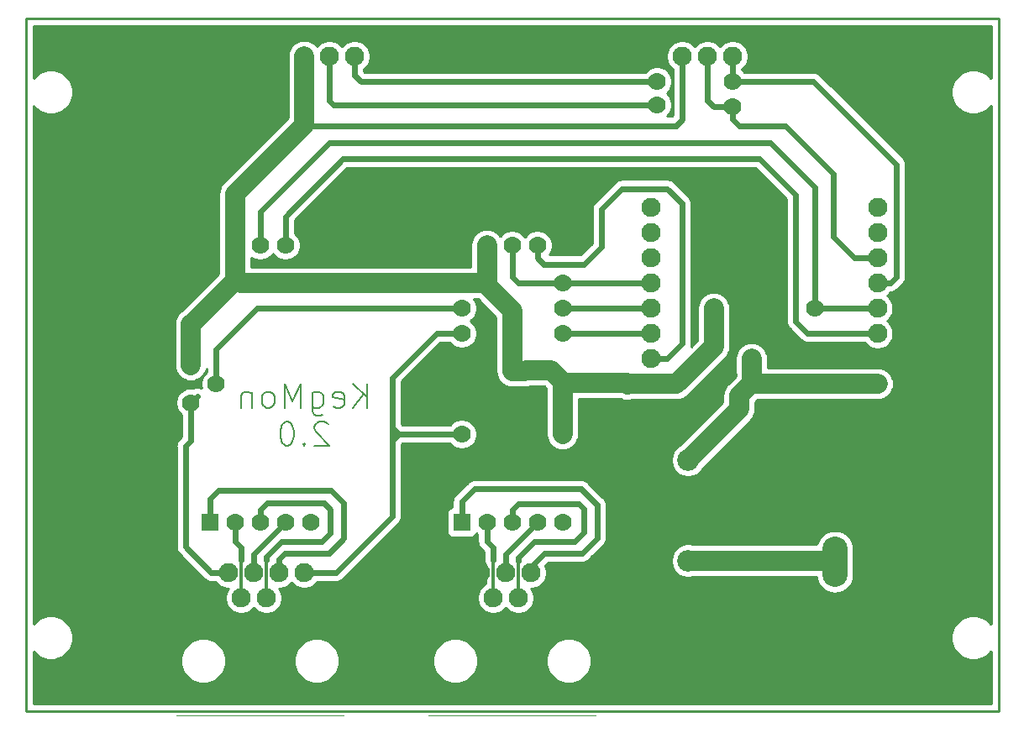
<source format=gbr>
G04 #@! TF.GenerationSoftware,KiCad,Pcbnew,5.1.5+dfsg1-2build2*
G04 #@! TF.CreationDate,2023-08-26T13:30:34+02:00*
G04 #@! TF.ProjectId,kegmon_hx711,6b65676d-6f6e-45f6-9878-3731312e6b69,2.0*
G04 #@! TF.SameCoordinates,PX5d42830PY8670810*
G04 #@! TF.FileFunction,Copper,L2,Bot*
G04 #@! TF.FilePolarity,Positive*
%FSLAX46Y46*%
G04 Gerber Fmt 4.6, Leading zero omitted, Abs format (unit mm)*
G04 Created by KiCad (PCBNEW 5.1.5+dfsg1-2build2) date 2023-08-26 13:30:34*
%MOMM*%
%LPD*%
G04 APERTURE LIST*
%ADD10C,0.254000*%
%ADD11C,0.203200*%
%ADD12C,0.010000*%
%ADD13C,1.778000*%
%ADD14R,1.778000X1.778000*%
%ADD15C,1.930400*%
%ADD16O,2.540000X5.080000*%
%ADD17C,2.184400*%
%ADD18R,1.930400X1.930400*%
%ADD19C,2.000000*%
%ADD20C,0.609600*%
%ADD21C,0.610000*%
%ADD22C,0.300000*%
G04 APERTURE END LIST*
D10*
X1686100Y1196300D02*
X99736100Y1196300D01*
X1686100Y71046300D02*
X1686100Y1196300D01*
X99736100Y1196300D02*
X99736100Y71046300D01*
X99736100Y71046300D02*
X1686100Y71046300D01*
D11*
X36075861Y31791205D02*
X36075861Y34204205D01*
X34697004Y31791205D02*
X35731147Y33170062D01*
X34697004Y34204205D02*
X36075861Y32825348D01*
X32743623Y31906110D02*
X32973433Y31791205D01*
X33433052Y31791205D01*
X33662861Y31906110D01*
X33777766Y32135920D01*
X33777766Y33055158D01*
X33662861Y33284967D01*
X33433052Y33399872D01*
X32973433Y33399872D01*
X32743623Y33284967D01*
X32628719Y33055158D01*
X32628719Y32825348D01*
X33777766Y32595539D01*
X30560433Y33399872D02*
X30560433Y31446491D01*
X30675338Y31216681D01*
X30790242Y31101777D01*
X31020052Y30986872D01*
X31364766Y30986872D01*
X31594576Y31101777D01*
X30560433Y31906110D02*
X30790242Y31791205D01*
X31249861Y31791205D01*
X31479671Y31906110D01*
X31594576Y32021015D01*
X31709480Y32250824D01*
X31709480Y32940253D01*
X31594576Y33170062D01*
X31479671Y33284967D01*
X31249861Y33399872D01*
X30790242Y33399872D01*
X30560433Y33284967D01*
X29411385Y31791205D02*
X29411385Y34204205D01*
X28607052Y32480634D01*
X27802719Y34204205D01*
X27802719Y31791205D01*
X26308957Y31791205D02*
X26538766Y31906110D01*
X26653671Y32021015D01*
X26768576Y32250824D01*
X26768576Y32940253D01*
X26653671Y33170062D01*
X26538766Y33284967D01*
X26308957Y33399872D01*
X25964242Y33399872D01*
X25734433Y33284967D01*
X25619528Y33170062D01*
X25504623Y32940253D01*
X25504623Y32250824D01*
X25619528Y32021015D01*
X25734433Y31906110D01*
X25964242Y31791205D01*
X26308957Y31791205D01*
X24470480Y33399872D02*
X24470480Y31791205D01*
X24470480Y33170062D02*
X24355576Y33284967D01*
X24125766Y33399872D01*
X23781052Y33399872D01*
X23551242Y33284967D01*
X23436338Y33055158D01*
X23436338Y31791205D01*
X32169100Y30164396D02*
X32054195Y30279300D01*
X31824385Y30394205D01*
X31249861Y30394205D01*
X31020052Y30279300D01*
X30905147Y30164396D01*
X30790242Y29934586D01*
X30790242Y29704777D01*
X30905147Y29360062D01*
X32284004Y27981205D01*
X30790242Y27981205D01*
X29756100Y28211015D02*
X29641195Y28096110D01*
X29756100Y27981205D01*
X29871004Y28096110D01*
X29756100Y28211015D01*
X29756100Y27981205D01*
X28147433Y30394205D02*
X27917623Y30394205D01*
X27687814Y30279300D01*
X27572909Y30164396D01*
X27458004Y29934586D01*
X27343100Y29474967D01*
X27343100Y28900443D01*
X27458004Y28440824D01*
X27572909Y28211015D01*
X27687814Y28096110D01*
X27917623Y27981205D01*
X28147433Y27981205D01*
X28377242Y28096110D01*
X28492147Y28211015D01*
X28607052Y28440824D01*
X28721957Y28900443D01*
X28721957Y29474967D01*
X28607052Y29934586D01*
X28492147Y30164396D01*
X28377242Y30279300D01*
X28147433Y30394205D01*
D12*
X33756600Y764500D02*
X16865600Y764500D01*
X59156600Y764500D02*
X42265600Y764500D01*
D13*
X48171100Y48186300D03*
X50711100Y48186300D03*
X53251100Y48186300D03*
X55791100Y48186300D03*
X55791100Y20246300D03*
X53251100Y20246300D03*
X50711100Y20246300D03*
X48171100Y20246300D03*
D14*
X45631100Y20246300D03*
D13*
X22771100Y48186300D03*
X25311100Y48186300D03*
X27851100Y48186300D03*
X30391100Y48186300D03*
X30391100Y20246300D03*
X27851100Y20246300D03*
X25311100Y20246300D03*
X22771100Y20246300D03*
D14*
X20231100Y20246300D03*
D15*
X29756100Y15166300D03*
X28486100Y12626300D03*
X27216100Y15166300D03*
X20866100Y12626300D03*
X25946100Y12626300D03*
X22136100Y15166300D03*
X23406100Y12626300D03*
X24676100Y15166300D03*
D16*
X88328500Y16256000D03*
X83248500Y16256000D03*
D15*
X87541100Y34216300D03*
X64681100Y34216300D03*
X87541100Y51996300D03*
X87541100Y49456300D03*
X87541100Y46916300D03*
X87541100Y44376300D03*
X87541100Y41836300D03*
X87541100Y39296300D03*
X87541100Y36756300D03*
X64681100Y51996300D03*
X64681100Y49456300D03*
X64681100Y46916300D03*
X64681100Y44376300D03*
X64681100Y41836300D03*
X64681100Y39296300D03*
X64681100Y36756300D03*
D13*
X78651100Y31676300D03*
X73571100Y31676300D03*
X74841100Y36756300D03*
X77381100Y36756300D03*
D17*
X68453000Y26543000D03*
X68453000Y16383000D03*
D15*
X55156100Y15166300D03*
X53886100Y12626300D03*
X52616100Y15166300D03*
X46266100Y12626300D03*
X51346100Y12626300D03*
X47536100Y15166300D03*
X48806100Y12626300D03*
X50076100Y15166300D03*
D13*
X55791100Y41836300D03*
X45631100Y41836300D03*
X71031100Y41836300D03*
X81191100Y41836300D03*
X59690000Y29210000D03*
X59690000Y34290000D03*
X50711100Y35486300D03*
X50711100Y32946300D03*
D15*
X34836100Y67236300D03*
X32296100Y67236300D03*
X29756100Y67236300D03*
D18*
X27216100Y67236300D03*
D15*
X72936100Y67236300D03*
X70396100Y67236300D03*
X67856100Y67236300D03*
D18*
X65316100Y67236300D03*
D13*
X45631100Y44376300D03*
X55791100Y44376300D03*
X18326100Y36121300D03*
X20866100Y34216300D03*
X18326100Y32311300D03*
X55791100Y29136300D03*
X45631100Y29136300D03*
X45631100Y39296300D03*
X55791100Y39296300D03*
X72936100Y62156300D03*
X65316100Y62340310D03*
X72936100Y64696300D03*
X65316100Y64696300D03*
D19*
X74813200Y34216300D02*
X87541100Y34216300D01*
X74803000Y34226500D02*
X74813200Y34216300D01*
X73571100Y32933535D02*
X73596500Y32958935D01*
X73571100Y31676300D02*
X73571100Y32933535D01*
X73596500Y33020000D02*
X74803000Y34226500D01*
X73596500Y32958935D02*
X73596500Y33020000D01*
X73571100Y31661100D02*
X68453000Y26543000D01*
X73571100Y31676300D02*
X73571100Y31661100D01*
X74866500Y35473665D02*
X74866500Y34163000D01*
X74841100Y35499065D02*
X74866500Y35473665D01*
X74841100Y36756300D02*
X74841100Y35499065D01*
X47536100Y44376300D02*
X45631100Y44376300D01*
X45631100Y44376300D02*
X23406100Y44376300D01*
X22771100Y45011300D02*
X22771100Y48186300D01*
X50784800Y35560000D02*
X50711100Y35486300D01*
X48171100Y48186300D02*
X48171100Y44376300D01*
X50711100Y41617900D02*
X50711100Y35486300D01*
X48133000Y44196000D02*
X50711100Y41617900D01*
X18326100Y36121300D02*
X18326100Y40233600D01*
X18415000Y40259000D02*
X22796500Y44640500D01*
X29756100Y60261500D02*
X29756100Y67236300D01*
D20*
X67856100Y60886300D02*
X67856100Y67236300D01*
X67221100Y60251300D02*
X67856100Y60886300D01*
D21*
X29644300Y60251300D02*
X67221100Y60251300D01*
D19*
X22771100Y53378100D02*
X29644300Y60251300D01*
X22771100Y48186300D02*
X22771100Y53378100D01*
X71031100Y37947600D02*
X71031100Y41836300D01*
X67299800Y34216300D02*
X71031100Y37947600D01*
X64681100Y34216300D02*
X67299800Y34216300D01*
X62410300Y34216300D02*
X62357000Y34163000D01*
X64681100Y34216300D02*
X62410300Y34216300D01*
X62336600Y34290000D02*
X62410300Y34216300D01*
X55880000Y34290000D02*
X62336600Y34290000D01*
X51968335Y35486300D02*
X50711100Y35486300D01*
X52080135Y35598100D02*
X51968335Y35486300D01*
X54610000Y35598100D02*
X52080135Y35598100D01*
X55791100Y34417000D02*
X54610000Y35598100D01*
X55791100Y29136300D02*
X55791100Y34417000D01*
D20*
X38646100Y29136300D02*
X38646100Y29771300D01*
X55791100Y39296300D02*
X64681100Y39296300D01*
X45631100Y29136300D02*
X39281100Y29136300D01*
X39281100Y29136300D02*
X38646100Y29136300D01*
X38646100Y29136300D02*
X38646100Y28501300D01*
X38646100Y28501300D02*
X39281100Y29136300D01*
X39281100Y29136300D02*
X38646100Y29771300D01*
X38646100Y20866100D02*
X38646100Y28501300D01*
X32946300Y15166300D02*
X38646100Y20866100D01*
X29756100Y15166300D02*
X32946300Y15166300D01*
X43106300Y39296300D02*
X45631100Y39296300D01*
X38646100Y34836100D02*
X43106300Y39296300D01*
X38646100Y29771300D02*
X38646100Y34836100D01*
X27216100Y15166300D02*
X27216100Y15801300D01*
D21*
X21082000Y23431500D02*
X20231100Y22580600D01*
X32448500Y23431500D02*
X21082000Y23431500D01*
X33718500Y22161500D02*
X32448500Y23431500D01*
X33718500Y18605500D02*
X33718500Y22161500D01*
X32258000Y17145000D02*
X33718500Y18605500D01*
X27829802Y17145000D02*
X32258000Y17145000D01*
X20231100Y22580600D02*
X20231100Y20246300D01*
X27216100Y16531298D02*
X27829802Y17145000D01*
X27216100Y15166300D02*
X27216100Y16531298D01*
D20*
X32385000Y21526500D02*
X31750000Y22161500D01*
X25311100Y21516300D02*
X25311100Y20246300D01*
X26019800Y22225000D02*
X25311100Y21516300D01*
X31750000Y22225000D02*
X26019800Y22225000D01*
D22*
X25946100Y12626300D02*
X25946100Y16436300D01*
D21*
X32385000Y19177000D02*
X32385000Y21399500D01*
X31496000Y18288000D02*
X32385000Y19177000D01*
X27432000Y18288000D02*
X31496000Y18288000D01*
X25961300Y16817300D02*
X27432000Y18288000D01*
X25961300Y16436300D02*
X25961300Y16817300D01*
D20*
X18326100Y32311300D02*
X18961100Y32946300D01*
X18326100Y28486100D02*
X18326100Y32311300D01*
X17780000Y27940000D02*
X18326100Y28486100D01*
X17780000Y17780000D02*
X17780000Y27940000D01*
X20393700Y15166300D02*
X17780000Y17780000D01*
X22136100Y15166300D02*
X20393700Y15166300D01*
D22*
X23406100Y12626300D02*
X23406100Y16436300D01*
D20*
X23406100Y17706300D02*
X22771100Y18341300D01*
X22771100Y18341300D02*
X22771100Y20246300D01*
X23406100Y16436300D02*
X23406100Y17706300D01*
X24676100Y17071300D02*
X27851100Y20246300D01*
X24676100Y15166300D02*
X24676100Y17071300D01*
X87541100Y41836300D02*
X81191100Y41836300D01*
X25311100Y51536600D02*
X25311100Y48186300D01*
X32321500Y58547000D02*
X25311100Y51536600D01*
X76708000Y58547000D02*
X32321500Y58547000D01*
X81191100Y54063900D02*
X76708000Y58547000D01*
X81191100Y41836300D02*
X81191100Y54063900D01*
X27851100Y51092100D02*
X27851100Y48186300D01*
X33655000Y56896000D02*
X27851100Y51092100D01*
X75628500Y56896000D02*
X33655000Y56896000D01*
X79286100Y53238400D02*
X75628500Y56896000D01*
X79286100Y40474900D02*
X79286100Y53238400D01*
X80464700Y39296300D02*
X79286100Y40474900D01*
X87541100Y39296300D02*
X80464700Y39296300D01*
D19*
X83121500Y16383000D02*
X83248500Y16256000D01*
X68453000Y16383000D02*
X83121500Y16383000D01*
D20*
X70396100Y62791300D02*
X70396100Y67236300D01*
X72936100Y62156300D02*
X71031100Y62156300D01*
X71031100Y62156300D02*
X70396100Y62791300D01*
X32296100Y62791300D02*
X32747090Y62340310D01*
X64058865Y62340310D02*
X65316100Y62340310D01*
X32296100Y67236300D02*
X32296100Y62791300D01*
X32747090Y62340310D02*
X64058865Y62340310D01*
X72936100Y60886300D02*
X72936100Y62156300D01*
X78242200Y60251300D02*
X73571100Y60251300D01*
X83096100Y55397400D02*
X78242200Y60251300D01*
X73571100Y60251300D02*
X72936100Y60886300D01*
X83096100Y49047400D02*
X83096100Y55397400D01*
X85227200Y46916300D02*
X83096100Y49047400D01*
X87541100Y46916300D02*
X85227200Y46916300D01*
X72936100Y64696300D02*
X72936100Y67236300D01*
X65316100Y64696300D02*
X35471100Y64696300D01*
X35471100Y64696300D02*
X34836100Y65331300D01*
X34836100Y65331300D02*
X34836100Y67236300D01*
X80556100Y64696300D02*
X72936100Y64696300D01*
X81099700Y64696300D02*
X80556100Y64696300D01*
X89446100Y56349900D02*
X81099700Y64696300D01*
X89446100Y45011300D02*
X89446100Y56349900D01*
X88811100Y44376300D02*
X89446100Y45011300D01*
X87541100Y44376300D02*
X88811100Y44376300D01*
X50711100Y45011300D02*
X50711100Y48186300D01*
X64681100Y44376300D02*
X55791100Y44376300D01*
X55791100Y44376300D02*
X51346100Y44376300D01*
X51346100Y44376300D02*
X50711100Y45011300D01*
X55791100Y41836300D02*
X64681100Y41836300D01*
X53886100Y46281300D02*
X53251100Y46916300D01*
X57965300Y46281300D02*
X53886100Y46281300D01*
X59690000Y51816000D02*
X59690000Y48006000D01*
X66367700Y53901300D02*
X61775300Y53901300D01*
X67856100Y52412900D02*
X66367700Y53901300D01*
X67856100Y38265100D02*
X67856100Y52412900D01*
X53251100Y46916300D02*
X53251100Y48186300D01*
X59690000Y48006000D02*
X57965300Y46281300D01*
X61775300Y53901300D02*
X59690000Y51816000D01*
X66347300Y36756300D02*
X67856100Y38265100D01*
X64681100Y36756300D02*
X66347300Y36756300D01*
X45631100Y22326600D02*
X45631100Y20246300D01*
X46926500Y23622000D02*
X45631100Y22326600D01*
X57658000Y23622000D02*
X46926500Y23622000D01*
X59309000Y21971000D02*
X57658000Y23622000D01*
D21*
X59309000Y18669000D02*
X58102500Y17462500D01*
X59309000Y22034500D02*
X59309000Y18669000D01*
D20*
X57785000Y17145000D02*
X58102500Y17462500D01*
X53959800Y17145000D02*
X57785000Y17145000D01*
X52616100Y15801300D02*
X53959800Y17145000D01*
X52616100Y15166300D02*
X52616100Y15801300D01*
X51346100Y22151300D02*
X50711100Y21516300D01*
X57393800Y22151300D02*
X51346100Y22151300D01*
X50711100Y21516300D02*
X50711100Y20246300D01*
D22*
X51346100Y12626300D02*
X51371500Y16383000D01*
D21*
X51371500Y16700500D02*
X51371500Y16383000D01*
X52959000Y18288000D02*
X51371500Y16700500D01*
X57023000Y18288000D02*
X52959000Y18288000D01*
X57251110Y18516110D02*
X57023000Y18288000D01*
X57975500Y19240500D02*
X57277000Y18542000D01*
X57975500Y21590000D02*
X57975500Y19240500D01*
X57414200Y22151300D02*
X57975500Y21590000D01*
D22*
X48806100Y12626300D02*
X48806100Y16436300D01*
D20*
X48806100Y17706300D02*
X48171100Y18341300D01*
X48171100Y18341300D02*
X48171100Y20246300D01*
X48806100Y16436300D02*
X48806100Y17706300D01*
X50076100Y17071300D02*
X53251100Y20246300D01*
X50076100Y15166300D02*
X50076100Y17071300D01*
X20866100Y37693600D02*
X20866100Y34216300D01*
X25008800Y41836300D02*
X20866100Y37693600D01*
X45631100Y41836300D02*
X25008800Y41836300D01*
D10*
G36*
X98974101Y65003193D02*
G01*
X98942138Y65051029D01*
X98630829Y65362338D01*
X98264769Y65606931D01*
X97858025Y65775410D01*
X97426228Y65861300D01*
X96985972Y65861300D01*
X96554175Y65775410D01*
X96147431Y65606931D01*
X95781371Y65362338D01*
X95470062Y65051029D01*
X95225469Y64684969D01*
X95056990Y64278225D01*
X94971100Y63846428D01*
X94971100Y63406172D01*
X95056990Y62974375D01*
X95225469Y62567631D01*
X95470062Y62201571D01*
X95781371Y61890262D01*
X96147431Y61645669D01*
X96554175Y61477190D01*
X96985972Y61391300D01*
X97426228Y61391300D01*
X97858025Y61477190D01*
X98264769Y61645669D01*
X98630829Y61890262D01*
X98942138Y62201571D01*
X98974101Y62249407D01*
X98974100Y9993194D01*
X98942138Y10041029D01*
X98630829Y10352338D01*
X98264769Y10596931D01*
X97858025Y10765410D01*
X97426228Y10851300D01*
X96985972Y10851300D01*
X96554175Y10765410D01*
X96147431Y10596931D01*
X95781371Y10352338D01*
X95470062Y10041029D01*
X95225469Y9674969D01*
X95056990Y9268225D01*
X94971100Y8836428D01*
X94971100Y8396172D01*
X95056990Y7964375D01*
X95225469Y7557631D01*
X95470062Y7191571D01*
X95781371Y6880262D01*
X96147431Y6635669D01*
X96554175Y6467190D01*
X96985972Y6381300D01*
X97426228Y6381300D01*
X97858025Y6467190D01*
X98264769Y6635669D01*
X98630829Y6880262D01*
X98942138Y7191571D01*
X98974100Y7239406D01*
X98974100Y1958300D01*
X2448100Y1958300D01*
X2448100Y7239406D01*
X2480062Y7191571D01*
X2791371Y6880262D01*
X3157431Y6635669D01*
X3564175Y6467190D01*
X3995972Y6381300D01*
X4436228Y6381300D01*
X4868025Y6467190D01*
X4944700Y6498950D01*
X17335500Y6498950D01*
X17335500Y6053650D01*
X17422374Y5616907D01*
X17592782Y5205504D01*
X17840177Y4835252D01*
X18155052Y4520377D01*
X18525304Y4272982D01*
X18936707Y4102574D01*
X19373450Y4015700D01*
X19818750Y4015700D01*
X20255493Y4102574D01*
X20666896Y4272982D01*
X21037148Y4520377D01*
X21352023Y4835252D01*
X21599418Y5205504D01*
X21769826Y5616907D01*
X21856700Y6053650D01*
X21856700Y6498950D01*
X28765500Y6498950D01*
X28765500Y6053650D01*
X28852374Y5616907D01*
X29022782Y5205504D01*
X29270177Y4835252D01*
X29585052Y4520377D01*
X29955304Y4272982D01*
X30366707Y4102574D01*
X30803450Y4015700D01*
X31248750Y4015700D01*
X31685493Y4102574D01*
X32096896Y4272982D01*
X32467148Y4520377D01*
X32782023Y4835252D01*
X33029418Y5205504D01*
X33199826Y5616907D01*
X33286700Y6053650D01*
X33286700Y6498950D01*
X42735500Y6498950D01*
X42735500Y6053650D01*
X42822374Y5616907D01*
X42992782Y5205504D01*
X43240177Y4835252D01*
X43555052Y4520377D01*
X43925304Y4272982D01*
X44336707Y4102574D01*
X44773450Y4015700D01*
X45218750Y4015700D01*
X45655493Y4102574D01*
X46066896Y4272982D01*
X46437148Y4520377D01*
X46752023Y4835252D01*
X46999418Y5205504D01*
X47169826Y5616907D01*
X47256700Y6053650D01*
X47256700Y6498950D01*
X54165500Y6498950D01*
X54165500Y6053650D01*
X54252374Y5616907D01*
X54422782Y5205504D01*
X54670177Y4835252D01*
X54985052Y4520377D01*
X55355304Y4272982D01*
X55766707Y4102574D01*
X56203450Y4015700D01*
X56648750Y4015700D01*
X57085493Y4102574D01*
X57496896Y4272982D01*
X57867148Y4520377D01*
X58182023Y4835252D01*
X58429418Y5205504D01*
X58599826Y5616907D01*
X58686700Y6053650D01*
X58686700Y6498950D01*
X58599826Y6935693D01*
X58429418Y7347096D01*
X58182023Y7717348D01*
X57867148Y8032223D01*
X57496896Y8279618D01*
X57085493Y8450026D01*
X56648750Y8536900D01*
X56203450Y8536900D01*
X55766707Y8450026D01*
X55355304Y8279618D01*
X54985052Y8032223D01*
X54670177Y7717348D01*
X54422782Y7347096D01*
X54252374Y6935693D01*
X54165500Y6498950D01*
X47256700Y6498950D01*
X47169826Y6935693D01*
X46999418Y7347096D01*
X46752023Y7717348D01*
X46437148Y8032223D01*
X46066896Y8279618D01*
X45655493Y8450026D01*
X45218750Y8536900D01*
X44773450Y8536900D01*
X44336707Y8450026D01*
X43925304Y8279618D01*
X43555052Y8032223D01*
X43240177Y7717348D01*
X42992782Y7347096D01*
X42822374Y6935693D01*
X42735500Y6498950D01*
X33286700Y6498950D01*
X33199826Y6935693D01*
X33029418Y7347096D01*
X32782023Y7717348D01*
X32467148Y8032223D01*
X32096896Y8279618D01*
X31685493Y8450026D01*
X31248750Y8536900D01*
X30803450Y8536900D01*
X30366707Y8450026D01*
X29955304Y8279618D01*
X29585052Y8032223D01*
X29270177Y7717348D01*
X29022782Y7347096D01*
X28852374Y6935693D01*
X28765500Y6498950D01*
X21856700Y6498950D01*
X21769826Y6935693D01*
X21599418Y7347096D01*
X21352023Y7717348D01*
X21037148Y8032223D01*
X20666896Y8279618D01*
X20255493Y8450026D01*
X19818750Y8536900D01*
X19373450Y8536900D01*
X18936707Y8450026D01*
X18525304Y8279618D01*
X18155052Y8032223D01*
X17840177Y7717348D01*
X17592782Y7347096D01*
X17422374Y6935693D01*
X17335500Y6498950D01*
X4944700Y6498950D01*
X5274769Y6635669D01*
X5640829Y6880262D01*
X5952138Y7191571D01*
X6196731Y7557631D01*
X6365210Y7964375D01*
X6451100Y8396172D01*
X6451100Y8836428D01*
X6365210Y9268225D01*
X6196731Y9674969D01*
X5952138Y10041029D01*
X5640829Y10352338D01*
X5274769Y10596931D01*
X4868025Y10765410D01*
X4436228Y10851300D01*
X3995972Y10851300D01*
X3564175Y10765410D01*
X3157431Y10596931D01*
X2791371Y10352338D01*
X2480062Y10041029D01*
X2448100Y9993194D01*
X2448100Y36040979D01*
X16691100Y36040979D01*
X16714757Y35800785D01*
X16808248Y35492586D01*
X16960069Y35208549D01*
X17164386Y34959586D01*
X17413348Y34755269D01*
X17697385Y34603448D01*
X18005584Y34509957D01*
X18326100Y34478389D01*
X18646615Y34509957D01*
X18954814Y34603448D01*
X19238851Y34755269D01*
X19487814Y34959586D01*
X19692131Y35208548D01*
X19843952Y35492585D01*
X19926301Y35764052D01*
X19926301Y35421245D01*
X19894607Y35400068D01*
X19682332Y35187793D01*
X19515549Y34938185D01*
X19400666Y34660834D01*
X19342100Y34366401D01*
X19342100Y34066199D01*
X19399507Y33777595D01*
X19322486Y33818763D01*
X19145333Y33872501D01*
X18961100Y33890647D01*
X18776867Y33872501D01*
X18599714Y33818763D01*
X18588764Y33812910D01*
X18476201Y33835300D01*
X18175999Y33835300D01*
X17881566Y33776734D01*
X17604215Y33661851D01*
X17354607Y33495068D01*
X17142332Y33282793D01*
X16975549Y33033185D01*
X16860666Y32755834D01*
X16802100Y32461401D01*
X16802100Y32161199D01*
X16860666Y31866766D01*
X16975549Y31589415D01*
X17142332Y31339807D01*
X17354607Y31127532D01*
X17386301Y31106355D01*
X17386300Y28875376D01*
X17148111Y28637187D01*
X17112247Y28607754D01*
X17082817Y28571893D01*
X16994804Y28464651D01*
X16907538Y28301386D01*
X16853799Y28124233D01*
X16835654Y27940000D01*
X16840201Y27893833D01*
X16840200Y17826157D01*
X16835654Y17780000D01*
X16840200Y17733843D01*
X16840200Y17733834D01*
X16853798Y17595768D01*
X16907537Y17418615D01*
X16994804Y17255349D01*
X17112246Y17112246D01*
X17148115Y17082809D01*
X19696513Y14534410D01*
X19725946Y14498546D01*
X19808894Y14430472D01*
X19869048Y14381104D01*
X20032313Y14293837D01*
X20086052Y14277536D01*
X20209467Y14240098D01*
X20347533Y14226500D01*
X20347543Y14226500D01*
X20393700Y14221954D01*
X20439857Y14226500D01*
X20839510Y14226500D01*
X20893143Y14146232D01*
X21116032Y13923343D01*
X21378121Y13748221D01*
X21669339Y13627594D01*
X21978494Y13566100D01*
X22109510Y13566100D01*
X21988021Y13384279D01*
X21867394Y13093061D01*
X21805900Y12783906D01*
X21805900Y12468694D01*
X21867394Y12159539D01*
X21988021Y11868321D01*
X22163143Y11606232D01*
X22386032Y11383343D01*
X22648121Y11208221D01*
X22939339Y11087594D01*
X23248494Y11026100D01*
X23563706Y11026100D01*
X23872861Y11087594D01*
X24164079Y11208221D01*
X24426168Y11383343D01*
X24649057Y11606232D01*
X24676100Y11646705D01*
X24703143Y11606232D01*
X24926032Y11383343D01*
X25188121Y11208221D01*
X25479339Y11087594D01*
X25788494Y11026100D01*
X26103706Y11026100D01*
X26412861Y11087594D01*
X26704079Y11208221D01*
X26966168Y11383343D01*
X27189057Y11606232D01*
X27364179Y11868321D01*
X27484806Y12159539D01*
X27546300Y12468694D01*
X27546300Y12783906D01*
X27484806Y13093061D01*
X27364179Y13384279D01*
X27242690Y13566100D01*
X27373706Y13566100D01*
X27682861Y13627594D01*
X27974079Y13748221D01*
X28236168Y13923343D01*
X28459057Y14146232D01*
X28486100Y14186705D01*
X28513143Y14146232D01*
X28736032Y13923343D01*
X28998121Y13748221D01*
X29289339Y13627594D01*
X29598494Y13566100D01*
X29913706Y13566100D01*
X30222861Y13627594D01*
X30514079Y13748221D01*
X30776168Y13923343D01*
X30999057Y14146232D01*
X31052690Y14226500D01*
X32900143Y14226500D01*
X32946300Y14221954D01*
X32992457Y14226500D01*
X32992467Y14226500D01*
X33130533Y14240098D01*
X33307686Y14293837D01*
X33470951Y14381104D01*
X33614054Y14498546D01*
X33643491Y14534415D01*
X39277996Y20168918D01*
X39313854Y20198346D01*
X39431296Y20341449D01*
X39518563Y20504714D01*
X39572302Y20681867D01*
X39585900Y20819933D01*
X39585900Y20819942D01*
X39590446Y20866099D01*
X39585900Y20912256D01*
X39585900Y21135300D01*
X44104028Y21135300D01*
X44104028Y19357300D01*
X44116288Y19232818D01*
X44152598Y19113120D01*
X44211563Y19002806D01*
X44290915Y18906115D01*
X44387606Y18826763D01*
X44497920Y18767798D01*
X44617618Y18731488D01*
X44742100Y18719228D01*
X46520100Y18719228D01*
X46644582Y18731488D01*
X46764280Y18767798D01*
X46874594Y18826763D01*
X46971285Y18906115D01*
X47050637Y19002806D01*
X47109602Y19113120D01*
X47118776Y19143363D01*
X47199607Y19062532D01*
X47231300Y19041355D01*
X47231300Y18387458D01*
X47226754Y18341300D01*
X47231300Y18295143D01*
X47231300Y18295134D01*
X47244898Y18157068D01*
X47298637Y17979915D01*
X47385904Y17816649D01*
X47503346Y17673546D01*
X47539214Y17644110D01*
X47866301Y17317022D01*
X47866300Y16390134D01*
X47879898Y16252068D01*
X47933637Y16074915D01*
X48020904Y15911649D01*
X48046101Y15880947D01*
X48046100Y14043029D01*
X47786032Y13869257D01*
X47563143Y13646368D01*
X47388021Y13384279D01*
X47267394Y13093061D01*
X47205900Y12783906D01*
X47205900Y12468694D01*
X47267394Y12159539D01*
X47388021Y11868321D01*
X47563143Y11606232D01*
X47786032Y11383343D01*
X48048121Y11208221D01*
X48339339Y11087594D01*
X48648494Y11026100D01*
X48963706Y11026100D01*
X49272861Y11087594D01*
X49564079Y11208221D01*
X49826168Y11383343D01*
X50049057Y11606232D01*
X50076100Y11646705D01*
X50103143Y11606232D01*
X50326032Y11383343D01*
X50588121Y11208221D01*
X50879339Y11087594D01*
X51188494Y11026100D01*
X51503706Y11026100D01*
X51812861Y11087594D01*
X52104079Y11208221D01*
X52366168Y11383343D01*
X52589057Y11606232D01*
X52764179Y11868321D01*
X52884806Y12159539D01*
X52946300Y12468694D01*
X52946300Y12783906D01*
X52884806Y13093061D01*
X52764179Y13384279D01*
X52642690Y13566100D01*
X52773706Y13566100D01*
X53082861Y13627594D01*
X53374079Y13748221D01*
X53636168Y13923343D01*
X53859057Y14146232D01*
X54034179Y14408321D01*
X54154806Y14699539D01*
X54216300Y15008694D01*
X54216300Y15323906D01*
X54154806Y15633061D01*
X54044131Y15900254D01*
X54349078Y16205200D01*
X57738843Y16205200D01*
X57785000Y16200654D01*
X57831157Y16205200D01*
X57831167Y16205200D01*
X57969233Y16218798D01*
X58146386Y16272537D01*
X58309651Y16359804D01*
X58452754Y16477246D01*
X58482190Y16513114D01*
X58522190Y16553114D01*
X66725800Y16553114D01*
X66725800Y16212886D01*
X66792176Y15879194D01*
X66922375Y15564864D01*
X67111396Y15281974D01*
X67351974Y15041396D01*
X67634864Y14852375D01*
X67949194Y14722176D01*
X68282886Y14655800D01*
X68623114Y14655800D01*
X68956806Y14722176D01*
X69019151Y14748000D01*
X81357725Y14748000D01*
X81371065Y14612555D01*
X81479995Y14253461D01*
X81656888Y13922518D01*
X81894945Y13632444D01*
X82185019Y13394387D01*
X82515962Y13217494D01*
X82875056Y13108564D01*
X83248500Y13071783D01*
X83621945Y13108564D01*
X83981039Y13217494D01*
X84311982Y13394387D01*
X84602056Y13632444D01*
X84840113Y13922518D01*
X85017006Y14253461D01*
X85125936Y14612555D01*
X85153500Y14892418D01*
X85153500Y17619582D01*
X85125936Y17899445D01*
X85017006Y18258539D01*
X84840113Y18589482D01*
X84602056Y18879556D01*
X84311982Y19117613D01*
X83981038Y19294506D01*
X83621944Y19403436D01*
X83248500Y19440217D01*
X82875055Y19403436D01*
X82515961Y19294506D01*
X82185018Y19117613D01*
X81894944Y18879556D01*
X81656887Y18589482D01*
X81479994Y18258538D01*
X81407028Y18018000D01*
X69019151Y18018000D01*
X68956806Y18043824D01*
X68623114Y18110200D01*
X68282886Y18110200D01*
X67949194Y18043824D01*
X67634864Y17913625D01*
X67351974Y17724604D01*
X67111396Y17484026D01*
X66922375Y17201136D01*
X66792176Y16886806D01*
X66725800Y16553114D01*
X58522190Y16553114D01*
X58732949Y16763872D01*
X58734528Y16765168D01*
X59941032Y17971671D01*
X59976896Y18001104D01*
X60006329Y18036968D01*
X60006332Y18036971D01*
X60094363Y18144237D01*
X60181649Y18307537D01*
X60235399Y18484728D01*
X60239418Y18525533D01*
X60249000Y18622823D01*
X60249000Y18622830D01*
X60253547Y18669000D01*
X60249000Y18715170D01*
X60249000Y21926866D01*
X60253347Y21971000D01*
X60249000Y22015134D01*
X60249000Y22080677D01*
X60235399Y22218772D01*
X60181649Y22395963D01*
X60094363Y22559263D01*
X59976896Y22702396D01*
X59833763Y22819863D01*
X59738061Y22871017D01*
X58355191Y24253885D01*
X58325754Y24289754D01*
X58182651Y24407196D01*
X58019386Y24494463D01*
X57842233Y24548202D01*
X57704167Y24561800D01*
X57704157Y24561800D01*
X57658000Y24566346D01*
X57611843Y24561800D01*
X46972656Y24561800D01*
X46926499Y24566346D01*
X46880342Y24561800D01*
X46880333Y24561800D01*
X46742267Y24548202D01*
X46565114Y24494463D01*
X46401849Y24407196D01*
X46258746Y24289754D01*
X46229318Y24253895D01*
X44999215Y23023791D01*
X44963346Y22994354D01*
X44845904Y22851251D01*
X44758637Y22687985D01*
X44704898Y22510832D01*
X44691300Y22372766D01*
X44691300Y22372757D01*
X44686754Y22326600D01*
X44691300Y22280442D01*
X44691300Y21768369D01*
X44617618Y21761112D01*
X44497920Y21724802D01*
X44387606Y21665837D01*
X44290915Y21586485D01*
X44211563Y21489794D01*
X44152598Y21379480D01*
X44116288Y21259782D01*
X44104028Y21135300D01*
X39585900Y21135300D01*
X39585900Y26713114D01*
X66725800Y26713114D01*
X66725800Y26372886D01*
X66792176Y26039194D01*
X66922375Y25724864D01*
X67111396Y25441974D01*
X67351974Y25201396D01*
X67634864Y25012375D01*
X67949194Y24882176D01*
X68282886Y24815800D01*
X68623114Y24815800D01*
X68956806Y24882176D01*
X69271136Y25012375D01*
X69554026Y25201396D01*
X69794604Y25441974D01*
X69983625Y25724864D01*
X70009450Y25787212D01*
X74670419Y30448180D01*
X74732814Y30499386D01*
X74865798Y30661429D01*
X74937130Y30748347D01*
X75088951Y31032384D01*
X75088952Y31032386D01*
X75182443Y31340585D01*
X75206100Y31580779D01*
X75206100Y31580780D01*
X75214011Y31661099D01*
X75206100Y31741419D01*
X75206100Y32317361D01*
X75470039Y32581300D01*
X87621422Y32581300D01*
X87861616Y32604957D01*
X88169815Y32698448D01*
X88453852Y32850269D01*
X88702814Y33054586D01*
X88907131Y33303548D01*
X89058952Y33587585D01*
X89152443Y33895784D01*
X89184011Y34216300D01*
X89152443Y34536816D01*
X89058952Y34845015D01*
X88907131Y35129052D01*
X88702814Y35378014D01*
X88453852Y35582331D01*
X88169815Y35734152D01*
X87861616Y35827643D01*
X87621422Y35851300D01*
X76476100Y35851300D01*
X76476100Y36836622D01*
X76452443Y37076816D01*
X76358952Y37385015D01*
X76207131Y37669052D01*
X76002814Y37918014D01*
X75753851Y38122331D01*
X75469814Y38274152D01*
X75161615Y38367643D01*
X74841100Y38399211D01*
X74520584Y38367643D01*
X74212385Y38274152D01*
X73928348Y38122331D01*
X73679386Y37918014D01*
X73475069Y37669051D01*
X73323248Y37385014D01*
X73229757Y37076815D01*
X73206100Y36836621D01*
X73206100Y35579384D01*
X73198189Y35499065D01*
X73206100Y35418746D01*
X73206100Y35418743D01*
X73229757Y35178549D01*
X73231500Y35172803D01*
X73231500Y34967239D01*
X72497185Y34232923D01*
X72434786Y34181714D01*
X72230469Y33932752D01*
X72078648Y33648715D01*
X71985157Y33340516D01*
X71984759Y33336470D01*
X71959757Y33254051D01*
X71937380Y33026851D01*
X71928189Y32933535D01*
X71936100Y32853216D01*
X71936100Y32338339D01*
X67697212Y28099450D01*
X67634864Y28073625D01*
X67351974Y27884604D01*
X67111396Y27644026D01*
X66922375Y27361136D01*
X66792176Y27046806D01*
X66725800Y26713114D01*
X39585900Y26713114D01*
X39585900Y28112023D01*
X39670377Y28196500D01*
X44426155Y28196500D01*
X44447332Y28164807D01*
X44659607Y27952532D01*
X44909215Y27785749D01*
X45186566Y27670866D01*
X45480999Y27612300D01*
X45781201Y27612300D01*
X46075634Y27670866D01*
X46352985Y27785749D01*
X46602593Y27952532D01*
X46814868Y28164807D01*
X46981651Y28414415D01*
X47096534Y28691766D01*
X47155100Y28986199D01*
X47155100Y29286401D01*
X47096534Y29580834D01*
X46981651Y29858185D01*
X46814868Y30107793D01*
X46602593Y30320068D01*
X46352985Y30486851D01*
X46075634Y30601734D01*
X45781201Y30660300D01*
X45480999Y30660300D01*
X45186566Y30601734D01*
X44909215Y30486851D01*
X44659607Y30320068D01*
X44447332Y30107793D01*
X44426155Y30076100D01*
X39670377Y30076100D01*
X39585900Y30160577D01*
X39585900Y34446824D01*
X43495578Y38356500D01*
X44426155Y38356500D01*
X44447332Y38324807D01*
X44659607Y38112532D01*
X44909215Y37945749D01*
X45186566Y37830866D01*
X45480999Y37772300D01*
X45781201Y37772300D01*
X46075634Y37830866D01*
X46352985Y37945749D01*
X46602593Y38112532D01*
X46814868Y38324807D01*
X46981651Y38574415D01*
X47096534Y38851766D01*
X47155100Y39146199D01*
X47155100Y39446401D01*
X47096534Y39740834D01*
X46981651Y40018185D01*
X46814868Y40267793D01*
X46602593Y40480068D01*
X46473538Y40566300D01*
X46602593Y40652532D01*
X46814868Y40864807D01*
X46981651Y41114415D01*
X47096534Y41391766D01*
X47155100Y41686199D01*
X47155100Y41986401D01*
X47096534Y42280834D01*
X46981651Y42558185D01*
X46859297Y42741300D01*
X47275462Y42741300D01*
X49076100Y40940661D01*
X49076101Y35566632D01*
X49068189Y35486300D01*
X49099757Y35165784D01*
X49193248Y34857585D01*
X49345069Y34573548D01*
X49549386Y34324586D01*
X49798348Y34120269D01*
X50082385Y33968448D01*
X50390584Y33874957D01*
X50630778Y33851300D01*
X50711100Y33843389D01*
X50791422Y33851300D01*
X51888016Y33851300D01*
X51968335Y33843389D01*
X52048654Y33851300D01*
X52048657Y33851300D01*
X52288851Y33874957D01*
X52579420Y33963100D01*
X53932761Y33963100D01*
X54156101Y33739760D01*
X54156100Y29055979D01*
X54179757Y28815785D01*
X54273248Y28507586D01*
X54425069Y28223549D01*
X54629386Y27974586D01*
X54878348Y27770269D01*
X55162385Y27618448D01*
X55470584Y27524957D01*
X55791100Y27493389D01*
X56111615Y27524957D01*
X56419814Y27618448D01*
X56703851Y27770269D01*
X56952814Y27974586D01*
X57157131Y28223548D01*
X57308952Y28507585D01*
X57402443Y28815784D01*
X57426100Y29055978D01*
X57426100Y32655000D01*
X61709854Y32655000D01*
X61728286Y32645148D01*
X62036484Y32551658D01*
X62357000Y32520089D01*
X62677516Y32551658D01*
X62775233Y32581300D01*
X67219481Y32581300D01*
X67299800Y32573389D01*
X67380119Y32581300D01*
X67380122Y32581300D01*
X67620316Y32604957D01*
X67928515Y32698448D01*
X68212552Y32850269D01*
X68461514Y33054586D01*
X68512725Y33116987D01*
X72130420Y36734681D01*
X72192814Y36785886D01*
X72397131Y37034848D01*
X72548952Y37318885D01*
X72642443Y37627084D01*
X72666100Y37867278D01*
X72666100Y37867280D01*
X72674011Y37947599D01*
X72666100Y38027919D01*
X72666100Y41916622D01*
X72642443Y42156816D01*
X72548952Y42465015D01*
X72397131Y42749052D01*
X72192814Y42998014D01*
X71943852Y43202331D01*
X71659815Y43354152D01*
X71351616Y43447643D01*
X71031100Y43479211D01*
X70710585Y43447643D01*
X70402386Y43354152D01*
X70118349Y43202331D01*
X69869387Y42998014D01*
X69665070Y42749052D01*
X69513249Y42465015D01*
X69419758Y42156816D01*
X69396101Y41916622D01*
X69396100Y38624839D01*
X68751897Y37980636D01*
X68782302Y38080867D01*
X68795900Y38218933D01*
X68795900Y38218942D01*
X68800446Y38265099D01*
X68795900Y38311256D01*
X68795900Y52366744D01*
X68800446Y52412901D01*
X68795900Y52459058D01*
X68795900Y52459067D01*
X68782302Y52597133D01*
X68728563Y52774286D01*
X68641296Y52937551D01*
X68523854Y53080654D01*
X68487996Y53110082D01*
X67064891Y54533185D01*
X67035454Y54569054D01*
X66892351Y54686496D01*
X66729086Y54773763D01*
X66551933Y54827502D01*
X66413867Y54841100D01*
X66413857Y54841100D01*
X66367700Y54845646D01*
X66321543Y54841100D01*
X61821467Y54841100D01*
X61775300Y54845647D01*
X61729133Y54841100D01*
X61591067Y54827502D01*
X61413914Y54773763D01*
X61250649Y54686496D01*
X61107546Y54569054D01*
X61078118Y54533196D01*
X59058115Y52513191D01*
X59022246Y52483754D01*
X58904804Y52340651D01*
X58817537Y52177385D01*
X58763798Y52000232D01*
X58750200Y51862166D01*
X58750200Y51862157D01*
X58745654Y51816000D01*
X58750200Y51769843D01*
X58750201Y48395279D01*
X57576024Y47221100D01*
X54439073Y47221100D01*
X54601651Y47464415D01*
X54716534Y47741766D01*
X54775100Y48036199D01*
X54775100Y48336401D01*
X54716534Y48630834D01*
X54601651Y48908185D01*
X54434868Y49157793D01*
X54222593Y49370068D01*
X53972985Y49536851D01*
X53695634Y49651734D01*
X53401201Y49710300D01*
X53100999Y49710300D01*
X52806566Y49651734D01*
X52529215Y49536851D01*
X52279607Y49370068D01*
X52067332Y49157793D01*
X51981100Y49028738D01*
X51894868Y49157793D01*
X51682593Y49370068D01*
X51432985Y49536851D01*
X51155634Y49651734D01*
X50861201Y49710300D01*
X50560999Y49710300D01*
X50266566Y49651734D01*
X49989215Y49536851D01*
X49739607Y49370068D01*
X49527332Y49157793D01*
X49510095Y49131996D01*
X49332814Y49348014D01*
X49083851Y49552331D01*
X48799814Y49704152D01*
X48491615Y49797643D01*
X48171100Y49829211D01*
X47850584Y49797643D01*
X47542385Y49704152D01*
X47258348Y49552331D01*
X47009386Y49348014D01*
X46805069Y49099051D01*
X46653248Y48815014D01*
X46559757Y48506815D01*
X46536100Y48266621D01*
X46536101Y46011300D01*
X24406100Y46011300D01*
X24406100Y46958103D01*
X24589215Y46835749D01*
X24866566Y46720866D01*
X25160999Y46662300D01*
X25461201Y46662300D01*
X25755634Y46720866D01*
X26032985Y46835749D01*
X26282593Y47002532D01*
X26494868Y47214807D01*
X26581100Y47343862D01*
X26667332Y47214807D01*
X26879607Y47002532D01*
X27129215Y46835749D01*
X27406566Y46720866D01*
X27700999Y46662300D01*
X28001201Y46662300D01*
X28295634Y46720866D01*
X28572985Y46835749D01*
X28822593Y47002532D01*
X29034868Y47214807D01*
X29201651Y47464415D01*
X29316534Y47741766D01*
X29375100Y48036199D01*
X29375100Y48336401D01*
X29316534Y48630834D01*
X29201651Y48908185D01*
X29034868Y49157793D01*
X28822593Y49370068D01*
X28790900Y49391245D01*
X28790900Y50702824D01*
X34044278Y55956200D01*
X75239224Y55956200D01*
X78346301Y52849121D01*
X78346300Y40521057D01*
X78341754Y40474900D01*
X78346300Y40428743D01*
X78346300Y40428734D01*
X78359898Y40290668D01*
X78413637Y40113515D01*
X78500904Y39950249D01*
X78618346Y39807146D01*
X78654215Y39777709D01*
X79767518Y38664405D01*
X79796946Y38628546D01*
X79832804Y38599118D01*
X79832805Y38599117D01*
X79940048Y38511104D01*
X80000493Y38478796D01*
X80103314Y38423837D01*
X80280467Y38370098D01*
X80418533Y38356500D01*
X80418542Y38356500D01*
X80464699Y38351954D01*
X80510856Y38356500D01*
X86244510Y38356500D01*
X86298143Y38276232D01*
X86521032Y38053343D01*
X86783121Y37878221D01*
X87074339Y37757594D01*
X87383494Y37696100D01*
X87698706Y37696100D01*
X88007861Y37757594D01*
X88299079Y37878221D01*
X88561168Y38053343D01*
X88784057Y38276232D01*
X88959179Y38538321D01*
X89079806Y38829539D01*
X89141300Y39138694D01*
X89141300Y39453906D01*
X89079806Y39763061D01*
X88959179Y40054279D01*
X88784057Y40316368D01*
X88561168Y40539257D01*
X88520695Y40566300D01*
X88561168Y40593343D01*
X88784057Y40816232D01*
X88959179Y41078321D01*
X89079806Y41369539D01*
X89141300Y41678694D01*
X89141300Y41993906D01*
X89079806Y42303061D01*
X88959179Y42594279D01*
X88784057Y42856368D01*
X88561168Y43079257D01*
X88520695Y43106300D01*
X88561168Y43133343D01*
X88784057Y43356232D01*
X88836312Y43434437D01*
X88857257Y43436500D01*
X88857267Y43436500D01*
X88995333Y43450098D01*
X89172486Y43503837D01*
X89335751Y43591104D01*
X89478854Y43708546D01*
X89508290Y43744414D01*
X90077995Y44314117D01*
X90113854Y44343546D01*
X90143284Y44379406D01*
X90231296Y44486648D01*
X90318563Y44649914D01*
X90330961Y44690785D01*
X90372302Y44827067D01*
X90385900Y44965133D01*
X90385900Y44965135D01*
X90390447Y45011300D01*
X90385900Y45057465D01*
X90385900Y56303744D01*
X90390446Y56349901D01*
X90385900Y56396058D01*
X90385900Y56396067D01*
X90372302Y56534133D01*
X90318563Y56711286D01*
X90277941Y56787285D01*
X90231296Y56874552D01*
X90143283Y56981795D01*
X90143282Y56981796D01*
X90113854Y57017654D01*
X90077996Y57047082D01*
X81796891Y65328185D01*
X81767454Y65364054D01*
X81624351Y65481496D01*
X81461086Y65568763D01*
X81283933Y65622502D01*
X81145867Y65636100D01*
X81145857Y65636100D01*
X81099700Y65640646D01*
X81053543Y65636100D01*
X74141045Y65636100D01*
X74119868Y65667793D01*
X73907593Y65880068D01*
X73875900Y65901245D01*
X73875900Y65939710D01*
X73956168Y65993343D01*
X74179057Y66216232D01*
X74354179Y66478321D01*
X74474806Y66769539D01*
X74536300Y67078694D01*
X74536300Y67393906D01*
X74474806Y67703061D01*
X74354179Y67994279D01*
X74179057Y68256368D01*
X73956168Y68479257D01*
X73694079Y68654379D01*
X73402861Y68775006D01*
X73093706Y68836500D01*
X72778494Y68836500D01*
X72469339Y68775006D01*
X72178121Y68654379D01*
X71916032Y68479257D01*
X71693143Y68256368D01*
X71666100Y68215895D01*
X71639057Y68256368D01*
X71416168Y68479257D01*
X71154079Y68654379D01*
X70862861Y68775006D01*
X70553706Y68836500D01*
X70238494Y68836500D01*
X69929339Y68775006D01*
X69638121Y68654379D01*
X69376032Y68479257D01*
X69153143Y68256368D01*
X69126100Y68215895D01*
X69099057Y68256368D01*
X68876168Y68479257D01*
X68614079Y68654379D01*
X68322861Y68775006D01*
X68013706Y68836500D01*
X67698494Y68836500D01*
X67389339Y68775006D01*
X67098121Y68654379D01*
X66836032Y68479257D01*
X66613143Y68256368D01*
X66438021Y67994279D01*
X66317394Y67703061D01*
X66255900Y67393906D01*
X66255900Y67078694D01*
X66317394Y66769539D01*
X66438021Y66478321D01*
X66613143Y66216232D01*
X66836032Y65993343D01*
X66916301Y65939709D01*
X66916300Y61275577D01*
X66832023Y61191300D01*
X66322351Y61191300D01*
X66499868Y61368817D01*
X66666651Y61618425D01*
X66781534Y61895776D01*
X66840100Y62190209D01*
X66840100Y62490411D01*
X66781534Y62784844D01*
X66666651Y63062195D01*
X66499868Y63311803D01*
X66293366Y63518305D01*
X66499868Y63724807D01*
X66666651Y63974415D01*
X66781534Y64251766D01*
X66840100Y64546199D01*
X66840100Y64846401D01*
X66781534Y65140834D01*
X66666651Y65418185D01*
X66499868Y65667793D01*
X66287593Y65880068D01*
X66037985Y66046851D01*
X65760634Y66161734D01*
X65466201Y66220300D01*
X65165999Y66220300D01*
X64871566Y66161734D01*
X64594215Y66046851D01*
X64344607Y65880068D01*
X64132332Y65667793D01*
X64111155Y65636100D01*
X35860377Y65636100D01*
X35775900Y65720577D01*
X35775900Y65939710D01*
X35856168Y65993343D01*
X36079057Y66216232D01*
X36254179Y66478321D01*
X36374806Y66769539D01*
X36436300Y67078694D01*
X36436300Y67393906D01*
X36374806Y67703061D01*
X36254179Y67994279D01*
X36079057Y68256368D01*
X35856168Y68479257D01*
X35594079Y68654379D01*
X35302861Y68775006D01*
X34993706Y68836500D01*
X34678494Y68836500D01*
X34369339Y68775006D01*
X34078121Y68654379D01*
X33816032Y68479257D01*
X33593143Y68256368D01*
X33566100Y68215895D01*
X33539057Y68256368D01*
X33316168Y68479257D01*
X33054079Y68654379D01*
X32762861Y68775006D01*
X32453706Y68836500D01*
X32138494Y68836500D01*
X31829339Y68775006D01*
X31538121Y68654379D01*
X31276032Y68479257D01*
X31053143Y68256368D01*
X31044579Y68243550D01*
X30917814Y68398014D01*
X30668852Y68602331D01*
X30384815Y68754152D01*
X30076616Y68847643D01*
X29756100Y68879211D01*
X29435585Y68847643D01*
X29127386Y68754152D01*
X28843349Y68602331D01*
X28594387Y68398014D01*
X28390070Y68149052D01*
X28238249Y67865015D01*
X28144758Y67556816D01*
X28121101Y67316622D01*
X28121100Y61040340D01*
X21671782Y54591020D01*
X21609387Y54539814D01*
X21515397Y54425286D01*
X21405070Y54290852D01*
X21253248Y54006814D01*
X21159758Y53698616D01*
X21128189Y53378100D01*
X21136101Y53297771D01*
X21136100Y48105979D01*
X21136101Y48105969D01*
X21136100Y45292340D01*
X17477892Y41634130D01*
X17413349Y41599631D01*
X17164387Y41395314D01*
X16960070Y41146352D01*
X16808249Y40862315D01*
X16714758Y40554116D01*
X16691101Y40313922D01*
X16691100Y36040979D01*
X2448100Y36040979D01*
X2448100Y62249406D01*
X2480062Y62201571D01*
X2791371Y61890262D01*
X3157431Y61645669D01*
X3564175Y61477190D01*
X3995972Y61391300D01*
X4436228Y61391300D01*
X4868025Y61477190D01*
X5274769Y61645669D01*
X5640829Y61890262D01*
X5952138Y62201571D01*
X6196731Y62567631D01*
X6365210Y62974375D01*
X6451100Y63406172D01*
X6451100Y63846428D01*
X6365210Y64278225D01*
X6196731Y64684969D01*
X5952138Y65051029D01*
X5640829Y65362338D01*
X5274769Y65606931D01*
X4868025Y65775410D01*
X4436228Y65861300D01*
X3995972Y65861300D01*
X3564175Y65775410D01*
X3157431Y65606931D01*
X2791371Y65362338D01*
X2480062Y65051029D01*
X2448100Y65003194D01*
X2448100Y70284300D01*
X98974101Y70284300D01*
X98974101Y65003193D01*
G37*
X98974101Y65003193D02*
X98942138Y65051029D01*
X98630829Y65362338D01*
X98264769Y65606931D01*
X97858025Y65775410D01*
X97426228Y65861300D01*
X96985972Y65861300D01*
X96554175Y65775410D01*
X96147431Y65606931D01*
X95781371Y65362338D01*
X95470062Y65051029D01*
X95225469Y64684969D01*
X95056990Y64278225D01*
X94971100Y63846428D01*
X94971100Y63406172D01*
X95056990Y62974375D01*
X95225469Y62567631D01*
X95470062Y62201571D01*
X95781371Y61890262D01*
X96147431Y61645669D01*
X96554175Y61477190D01*
X96985972Y61391300D01*
X97426228Y61391300D01*
X97858025Y61477190D01*
X98264769Y61645669D01*
X98630829Y61890262D01*
X98942138Y62201571D01*
X98974101Y62249407D01*
X98974100Y9993194D01*
X98942138Y10041029D01*
X98630829Y10352338D01*
X98264769Y10596931D01*
X97858025Y10765410D01*
X97426228Y10851300D01*
X96985972Y10851300D01*
X96554175Y10765410D01*
X96147431Y10596931D01*
X95781371Y10352338D01*
X95470062Y10041029D01*
X95225469Y9674969D01*
X95056990Y9268225D01*
X94971100Y8836428D01*
X94971100Y8396172D01*
X95056990Y7964375D01*
X95225469Y7557631D01*
X95470062Y7191571D01*
X95781371Y6880262D01*
X96147431Y6635669D01*
X96554175Y6467190D01*
X96985972Y6381300D01*
X97426228Y6381300D01*
X97858025Y6467190D01*
X98264769Y6635669D01*
X98630829Y6880262D01*
X98942138Y7191571D01*
X98974100Y7239406D01*
X98974100Y1958300D01*
X2448100Y1958300D01*
X2448100Y7239406D01*
X2480062Y7191571D01*
X2791371Y6880262D01*
X3157431Y6635669D01*
X3564175Y6467190D01*
X3995972Y6381300D01*
X4436228Y6381300D01*
X4868025Y6467190D01*
X4944700Y6498950D01*
X17335500Y6498950D01*
X17335500Y6053650D01*
X17422374Y5616907D01*
X17592782Y5205504D01*
X17840177Y4835252D01*
X18155052Y4520377D01*
X18525304Y4272982D01*
X18936707Y4102574D01*
X19373450Y4015700D01*
X19818750Y4015700D01*
X20255493Y4102574D01*
X20666896Y4272982D01*
X21037148Y4520377D01*
X21352023Y4835252D01*
X21599418Y5205504D01*
X21769826Y5616907D01*
X21856700Y6053650D01*
X21856700Y6498950D01*
X28765500Y6498950D01*
X28765500Y6053650D01*
X28852374Y5616907D01*
X29022782Y5205504D01*
X29270177Y4835252D01*
X29585052Y4520377D01*
X29955304Y4272982D01*
X30366707Y4102574D01*
X30803450Y4015700D01*
X31248750Y4015700D01*
X31685493Y4102574D01*
X32096896Y4272982D01*
X32467148Y4520377D01*
X32782023Y4835252D01*
X33029418Y5205504D01*
X33199826Y5616907D01*
X33286700Y6053650D01*
X33286700Y6498950D01*
X42735500Y6498950D01*
X42735500Y6053650D01*
X42822374Y5616907D01*
X42992782Y5205504D01*
X43240177Y4835252D01*
X43555052Y4520377D01*
X43925304Y4272982D01*
X44336707Y4102574D01*
X44773450Y4015700D01*
X45218750Y4015700D01*
X45655493Y4102574D01*
X46066896Y4272982D01*
X46437148Y4520377D01*
X46752023Y4835252D01*
X46999418Y5205504D01*
X47169826Y5616907D01*
X47256700Y6053650D01*
X47256700Y6498950D01*
X54165500Y6498950D01*
X54165500Y6053650D01*
X54252374Y5616907D01*
X54422782Y5205504D01*
X54670177Y4835252D01*
X54985052Y4520377D01*
X55355304Y4272982D01*
X55766707Y4102574D01*
X56203450Y4015700D01*
X56648750Y4015700D01*
X57085493Y4102574D01*
X57496896Y4272982D01*
X57867148Y4520377D01*
X58182023Y4835252D01*
X58429418Y5205504D01*
X58599826Y5616907D01*
X58686700Y6053650D01*
X58686700Y6498950D01*
X58599826Y6935693D01*
X58429418Y7347096D01*
X58182023Y7717348D01*
X57867148Y8032223D01*
X57496896Y8279618D01*
X57085493Y8450026D01*
X56648750Y8536900D01*
X56203450Y8536900D01*
X55766707Y8450026D01*
X55355304Y8279618D01*
X54985052Y8032223D01*
X54670177Y7717348D01*
X54422782Y7347096D01*
X54252374Y6935693D01*
X54165500Y6498950D01*
X47256700Y6498950D01*
X47169826Y6935693D01*
X46999418Y7347096D01*
X46752023Y7717348D01*
X46437148Y8032223D01*
X46066896Y8279618D01*
X45655493Y8450026D01*
X45218750Y8536900D01*
X44773450Y8536900D01*
X44336707Y8450026D01*
X43925304Y8279618D01*
X43555052Y8032223D01*
X43240177Y7717348D01*
X42992782Y7347096D01*
X42822374Y6935693D01*
X42735500Y6498950D01*
X33286700Y6498950D01*
X33199826Y6935693D01*
X33029418Y7347096D01*
X32782023Y7717348D01*
X32467148Y8032223D01*
X32096896Y8279618D01*
X31685493Y8450026D01*
X31248750Y8536900D01*
X30803450Y8536900D01*
X30366707Y8450026D01*
X29955304Y8279618D01*
X29585052Y8032223D01*
X29270177Y7717348D01*
X29022782Y7347096D01*
X28852374Y6935693D01*
X28765500Y6498950D01*
X21856700Y6498950D01*
X21769826Y6935693D01*
X21599418Y7347096D01*
X21352023Y7717348D01*
X21037148Y8032223D01*
X20666896Y8279618D01*
X20255493Y8450026D01*
X19818750Y8536900D01*
X19373450Y8536900D01*
X18936707Y8450026D01*
X18525304Y8279618D01*
X18155052Y8032223D01*
X17840177Y7717348D01*
X17592782Y7347096D01*
X17422374Y6935693D01*
X17335500Y6498950D01*
X4944700Y6498950D01*
X5274769Y6635669D01*
X5640829Y6880262D01*
X5952138Y7191571D01*
X6196731Y7557631D01*
X6365210Y7964375D01*
X6451100Y8396172D01*
X6451100Y8836428D01*
X6365210Y9268225D01*
X6196731Y9674969D01*
X5952138Y10041029D01*
X5640829Y10352338D01*
X5274769Y10596931D01*
X4868025Y10765410D01*
X4436228Y10851300D01*
X3995972Y10851300D01*
X3564175Y10765410D01*
X3157431Y10596931D01*
X2791371Y10352338D01*
X2480062Y10041029D01*
X2448100Y9993194D01*
X2448100Y36040979D01*
X16691100Y36040979D01*
X16714757Y35800785D01*
X16808248Y35492586D01*
X16960069Y35208549D01*
X17164386Y34959586D01*
X17413348Y34755269D01*
X17697385Y34603448D01*
X18005584Y34509957D01*
X18326100Y34478389D01*
X18646615Y34509957D01*
X18954814Y34603448D01*
X19238851Y34755269D01*
X19487814Y34959586D01*
X19692131Y35208548D01*
X19843952Y35492585D01*
X19926301Y35764052D01*
X19926301Y35421245D01*
X19894607Y35400068D01*
X19682332Y35187793D01*
X19515549Y34938185D01*
X19400666Y34660834D01*
X19342100Y34366401D01*
X19342100Y34066199D01*
X19399507Y33777595D01*
X19322486Y33818763D01*
X19145333Y33872501D01*
X18961100Y33890647D01*
X18776867Y33872501D01*
X18599714Y33818763D01*
X18588764Y33812910D01*
X18476201Y33835300D01*
X18175999Y33835300D01*
X17881566Y33776734D01*
X17604215Y33661851D01*
X17354607Y33495068D01*
X17142332Y33282793D01*
X16975549Y33033185D01*
X16860666Y32755834D01*
X16802100Y32461401D01*
X16802100Y32161199D01*
X16860666Y31866766D01*
X16975549Y31589415D01*
X17142332Y31339807D01*
X17354607Y31127532D01*
X17386301Y31106355D01*
X17386300Y28875376D01*
X17148111Y28637187D01*
X17112247Y28607754D01*
X17082817Y28571893D01*
X16994804Y28464651D01*
X16907538Y28301386D01*
X16853799Y28124233D01*
X16835654Y27940000D01*
X16840201Y27893833D01*
X16840200Y17826157D01*
X16835654Y17780000D01*
X16840200Y17733843D01*
X16840200Y17733834D01*
X16853798Y17595768D01*
X16907537Y17418615D01*
X16994804Y17255349D01*
X17112246Y17112246D01*
X17148115Y17082809D01*
X19696513Y14534410D01*
X19725946Y14498546D01*
X19808894Y14430472D01*
X19869048Y14381104D01*
X20032313Y14293837D01*
X20086052Y14277536D01*
X20209467Y14240098D01*
X20347533Y14226500D01*
X20347543Y14226500D01*
X20393700Y14221954D01*
X20439857Y14226500D01*
X20839510Y14226500D01*
X20893143Y14146232D01*
X21116032Y13923343D01*
X21378121Y13748221D01*
X21669339Y13627594D01*
X21978494Y13566100D01*
X22109510Y13566100D01*
X21988021Y13384279D01*
X21867394Y13093061D01*
X21805900Y12783906D01*
X21805900Y12468694D01*
X21867394Y12159539D01*
X21988021Y11868321D01*
X22163143Y11606232D01*
X22386032Y11383343D01*
X22648121Y11208221D01*
X22939339Y11087594D01*
X23248494Y11026100D01*
X23563706Y11026100D01*
X23872861Y11087594D01*
X24164079Y11208221D01*
X24426168Y11383343D01*
X24649057Y11606232D01*
X24676100Y11646705D01*
X24703143Y11606232D01*
X24926032Y11383343D01*
X25188121Y11208221D01*
X25479339Y11087594D01*
X25788494Y11026100D01*
X26103706Y11026100D01*
X26412861Y11087594D01*
X26704079Y11208221D01*
X26966168Y11383343D01*
X27189057Y11606232D01*
X27364179Y11868321D01*
X27484806Y12159539D01*
X27546300Y12468694D01*
X27546300Y12783906D01*
X27484806Y13093061D01*
X27364179Y13384279D01*
X27242690Y13566100D01*
X27373706Y13566100D01*
X27682861Y13627594D01*
X27974079Y13748221D01*
X28236168Y13923343D01*
X28459057Y14146232D01*
X28486100Y14186705D01*
X28513143Y14146232D01*
X28736032Y13923343D01*
X28998121Y13748221D01*
X29289339Y13627594D01*
X29598494Y13566100D01*
X29913706Y13566100D01*
X30222861Y13627594D01*
X30514079Y13748221D01*
X30776168Y13923343D01*
X30999057Y14146232D01*
X31052690Y14226500D01*
X32900143Y14226500D01*
X32946300Y14221954D01*
X32992457Y14226500D01*
X32992467Y14226500D01*
X33130533Y14240098D01*
X33307686Y14293837D01*
X33470951Y14381104D01*
X33614054Y14498546D01*
X33643491Y14534415D01*
X39277996Y20168918D01*
X39313854Y20198346D01*
X39431296Y20341449D01*
X39518563Y20504714D01*
X39572302Y20681867D01*
X39585900Y20819933D01*
X39585900Y20819942D01*
X39590446Y20866099D01*
X39585900Y20912256D01*
X39585900Y21135300D01*
X44104028Y21135300D01*
X44104028Y19357300D01*
X44116288Y19232818D01*
X44152598Y19113120D01*
X44211563Y19002806D01*
X44290915Y18906115D01*
X44387606Y18826763D01*
X44497920Y18767798D01*
X44617618Y18731488D01*
X44742100Y18719228D01*
X46520100Y18719228D01*
X46644582Y18731488D01*
X46764280Y18767798D01*
X46874594Y18826763D01*
X46971285Y18906115D01*
X47050637Y19002806D01*
X47109602Y19113120D01*
X47118776Y19143363D01*
X47199607Y19062532D01*
X47231300Y19041355D01*
X47231300Y18387458D01*
X47226754Y18341300D01*
X47231300Y18295143D01*
X47231300Y18295134D01*
X47244898Y18157068D01*
X47298637Y17979915D01*
X47385904Y17816649D01*
X47503346Y17673546D01*
X47539214Y17644110D01*
X47866301Y17317022D01*
X47866300Y16390134D01*
X47879898Y16252068D01*
X47933637Y16074915D01*
X48020904Y15911649D01*
X48046101Y15880947D01*
X48046100Y14043029D01*
X47786032Y13869257D01*
X47563143Y13646368D01*
X47388021Y13384279D01*
X47267394Y13093061D01*
X47205900Y12783906D01*
X47205900Y12468694D01*
X47267394Y12159539D01*
X47388021Y11868321D01*
X47563143Y11606232D01*
X47786032Y11383343D01*
X48048121Y11208221D01*
X48339339Y11087594D01*
X48648494Y11026100D01*
X48963706Y11026100D01*
X49272861Y11087594D01*
X49564079Y11208221D01*
X49826168Y11383343D01*
X50049057Y11606232D01*
X50076100Y11646705D01*
X50103143Y11606232D01*
X50326032Y11383343D01*
X50588121Y11208221D01*
X50879339Y11087594D01*
X51188494Y11026100D01*
X51503706Y11026100D01*
X51812861Y11087594D01*
X52104079Y11208221D01*
X52366168Y11383343D01*
X52589057Y11606232D01*
X52764179Y11868321D01*
X52884806Y12159539D01*
X52946300Y12468694D01*
X52946300Y12783906D01*
X52884806Y13093061D01*
X52764179Y13384279D01*
X52642690Y13566100D01*
X52773706Y13566100D01*
X53082861Y13627594D01*
X53374079Y13748221D01*
X53636168Y13923343D01*
X53859057Y14146232D01*
X54034179Y14408321D01*
X54154806Y14699539D01*
X54216300Y15008694D01*
X54216300Y15323906D01*
X54154806Y15633061D01*
X54044131Y15900254D01*
X54349078Y16205200D01*
X57738843Y16205200D01*
X57785000Y16200654D01*
X57831157Y16205200D01*
X57831167Y16205200D01*
X57969233Y16218798D01*
X58146386Y16272537D01*
X58309651Y16359804D01*
X58452754Y16477246D01*
X58482190Y16513114D01*
X58522190Y16553114D01*
X66725800Y16553114D01*
X66725800Y16212886D01*
X66792176Y15879194D01*
X66922375Y15564864D01*
X67111396Y15281974D01*
X67351974Y15041396D01*
X67634864Y14852375D01*
X67949194Y14722176D01*
X68282886Y14655800D01*
X68623114Y14655800D01*
X68956806Y14722176D01*
X69019151Y14748000D01*
X81357725Y14748000D01*
X81371065Y14612555D01*
X81479995Y14253461D01*
X81656888Y13922518D01*
X81894945Y13632444D01*
X82185019Y13394387D01*
X82515962Y13217494D01*
X82875056Y13108564D01*
X83248500Y13071783D01*
X83621945Y13108564D01*
X83981039Y13217494D01*
X84311982Y13394387D01*
X84602056Y13632444D01*
X84840113Y13922518D01*
X85017006Y14253461D01*
X85125936Y14612555D01*
X85153500Y14892418D01*
X85153500Y17619582D01*
X85125936Y17899445D01*
X85017006Y18258539D01*
X84840113Y18589482D01*
X84602056Y18879556D01*
X84311982Y19117613D01*
X83981038Y19294506D01*
X83621944Y19403436D01*
X83248500Y19440217D01*
X82875055Y19403436D01*
X82515961Y19294506D01*
X82185018Y19117613D01*
X81894944Y18879556D01*
X81656887Y18589482D01*
X81479994Y18258538D01*
X81407028Y18018000D01*
X69019151Y18018000D01*
X68956806Y18043824D01*
X68623114Y18110200D01*
X68282886Y18110200D01*
X67949194Y18043824D01*
X67634864Y17913625D01*
X67351974Y17724604D01*
X67111396Y17484026D01*
X66922375Y17201136D01*
X66792176Y16886806D01*
X66725800Y16553114D01*
X58522190Y16553114D01*
X58732949Y16763872D01*
X58734528Y16765168D01*
X59941032Y17971671D01*
X59976896Y18001104D01*
X60006329Y18036968D01*
X60006332Y18036971D01*
X60094363Y18144237D01*
X60181649Y18307537D01*
X60235399Y18484728D01*
X60239418Y18525533D01*
X60249000Y18622823D01*
X60249000Y18622830D01*
X60253547Y18669000D01*
X60249000Y18715170D01*
X60249000Y21926866D01*
X60253347Y21971000D01*
X60249000Y22015134D01*
X60249000Y22080677D01*
X60235399Y22218772D01*
X60181649Y22395963D01*
X60094363Y22559263D01*
X59976896Y22702396D01*
X59833763Y22819863D01*
X59738061Y22871017D01*
X58355191Y24253885D01*
X58325754Y24289754D01*
X58182651Y24407196D01*
X58019386Y24494463D01*
X57842233Y24548202D01*
X57704167Y24561800D01*
X57704157Y24561800D01*
X57658000Y24566346D01*
X57611843Y24561800D01*
X46972656Y24561800D01*
X46926499Y24566346D01*
X46880342Y24561800D01*
X46880333Y24561800D01*
X46742267Y24548202D01*
X46565114Y24494463D01*
X46401849Y24407196D01*
X46258746Y24289754D01*
X46229318Y24253895D01*
X44999215Y23023791D01*
X44963346Y22994354D01*
X44845904Y22851251D01*
X44758637Y22687985D01*
X44704898Y22510832D01*
X44691300Y22372766D01*
X44691300Y22372757D01*
X44686754Y22326600D01*
X44691300Y22280442D01*
X44691300Y21768369D01*
X44617618Y21761112D01*
X44497920Y21724802D01*
X44387606Y21665837D01*
X44290915Y21586485D01*
X44211563Y21489794D01*
X44152598Y21379480D01*
X44116288Y21259782D01*
X44104028Y21135300D01*
X39585900Y21135300D01*
X39585900Y26713114D01*
X66725800Y26713114D01*
X66725800Y26372886D01*
X66792176Y26039194D01*
X66922375Y25724864D01*
X67111396Y25441974D01*
X67351974Y25201396D01*
X67634864Y25012375D01*
X67949194Y24882176D01*
X68282886Y24815800D01*
X68623114Y24815800D01*
X68956806Y24882176D01*
X69271136Y25012375D01*
X69554026Y25201396D01*
X69794604Y25441974D01*
X69983625Y25724864D01*
X70009450Y25787212D01*
X74670419Y30448180D01*
X74732814Y30499386D01*
X74865798Y30661429D01*
X74937130Y30748347D01*
X75088951Y31032384D01*
X75088952Y31032386D01*
X75182443Y31340585D01*
X75206100Y31580779D01*
X75206100Y31580780D01*
X75214011Y31661099D01*
X75206100Y31741419D01*
X75206100Y32317361D01*
X75470039Y32581300D01*
X87621422Y32581300D01*
X87861616Y32604957D01*
X88169815Y32698448D01*
X88453852Y32850269D01*
X88702814Y33054586D01*
X88907131Y33303548D01*
X89058952Y33587585D01*
X89152443Y33895784D01*
X89184011Y34216300D01*
X89152443Y34536816D01*
X89058952Y34845015D01*
X88907131Y35129052D01*
X88702814Y35378014D01*
X88453852Y35582331D01*
X88169815Y35734152D01*
X87861616Y35827643D01*
X87621422Y35851300D01*
X76476100Y35851300D01*
X76476100Y36836622D01*
X76452443Y37076816D01*
X76358952Y37385015D01*
X76207131Y37669052D01*
X76002814Y37918014D01*
X75753851Y38122331D01*
X75469814Y38274152D01*
X75161615Y38367643D01*
X74841100Y38399211D01*
X74520584Y38367643D01*
X74212385Y38274152D01*
X73928348Y38122331D01*
X73679386Y37918014D01*
X73475069Y37669051D01*
X73323248Y37385014D01*
X73229757Y37076815D01*
X73206100Y36836621D01*
X73206100Y35579384D01*
X73198189Y35499065D01*
X73206100Y35418746D01*
X73206100Y35418743D01*
X73229757Y35178549D01*
X73231500Y35172803D01*
X73231500Y34967239D01*
X72497185Y34232923D01*
X72434786Y34181714D01*
X72230469Y33932752D01*
X72078648Y33648715D01*
X71985157Y33340516D01*
X71984759Y33336470D01*
X71959757Y33254051D01*
X71937380Y33026851D01*
X71928189Y32933535D01*
X71936100Y32853216D01*
X71936100Y32338339D01*
X67697212Y28099450D01*
X67634864Y28073625D01*
X67351974Y27884604D01*
X67111396Y27644026D01*
X66922375Y27361136D01*
X66792176Y27046806D01*
X66725800Y26713114D01*
X39585900Y26713114D01*
X39585900Y28112023D01*
X39670377Y28196500D01*
X44426155Y28196500D01*
X44447332Y28164807D01*
X44659607Y27952532D01*
X44909215Y27785749D01*
X45186566Y27670866D01*
X45480999Y27612300D01*
X45781201Y27612300D01*
X46075634Y27670866D01*
X46352985Y27785749D01*
X46602593Y27952532D01*
X46814868Y28164807D01*
X46981651Y28414415D01*
X47096534Y28691766D01*
X47155100Y28986199D01*
X47155100Y29286401D01*
X47096534Y29580834D01*
X46981651Y29858185D01*
X46814868Y30107793D01*
X46602593Y30320068D01*
X46352985Y30486851D01*
X46075634Y30601734D01*
X45781201Y30660300D01*
X45480999Y30660300D01*
X45186566Y30601734D01*
X44909215Y30486851D01*
X44659607Y30320068D01*
X44447332Y30107793D01*
X44426155Y30076100D01*
X39670377Y30076100D01*
X39585900Y30160577D01*
X39585900Y34446824D01*
X43495578Y38356500D01*
X44426155Y38356500D01*
X44447332Y38324807D01*
X44659607Y38112532D01*
X44909215Y37945749D01*
X45186566Y37830866D01*
X45480999Y37772300D01*
X45781201Y37772300D01*
X46075634Y37830866D01*
X46352985Y37945749D01*
X46602593Y38112532D01*
X46814868Y38324807D01*
X46981651Y38574415D01*
X47096534Y38851766D01*
X47155100Y39146199D01*
X47155100Y39446401D01*
X47096534Y39740834D01*
X46981651Y40018185D01*
X46814868Y40267793D01*
X46602593Y40480068D01*
X46473538Y40566300D01*
X46602593Y40652532D01*
X46814868Y40864807D01*
X46981651Y41114415D01*
X47096534Y41391766D01*
X47155100Y41686199D01*
X47155100Y41986401D01*
X47096534Y42280834D01*
X46981651Y42558185D01*
X46859297Y42741300D01*
X47275462Y42741300D01*
X49076100Y40940661D01*
X49076101Y35566632D01*
X49068189Y35486300D01*
X49099757Y35165784D01*
X49193248Y34857585D01*
X49345069Y34573548D01*
X49549386Y34324586D01*
X49798348Y34120269D01*
X50082385Y33968448D01*
X50390584Y33874957D01*
X50630778Y33851300D01*
X50711100Y33843389D01*
X50791422Y33851300D01*
X51888016Y33851300D01*
X51968335Y33843389D01*
X52048654Y33851300D01*
X52048657Y33851300D01*
X52288851Y33874957D01*
X52579420Y33963100D01*
X53932761Y33963100D01*
X54156101Y33739760D01*
X54156100Y29055979D01*
X54179757Y28815785D01*
X54273248Y28507586D01*
X54425069Y28223549D01*
X54629386Y27974586D01*
X54878348Y27770269D01*
X55162385Y27618448D01*
X55470584Y27524957D01*
X55791100Y27493389D01*
X56111615Y27524957D01*
X56419814Y27618448D01*
X56703851Y27770269D01*
X56952814Y27974586D01*
X57157131Y28223548D01*
X57308952Y28507585D01*
X57402443Y28815784D01*
X57426100Y29055978D01*
X57426100Y32655000D01*
X61709854Y32655000D01*
X61728286Y32645148D01*
X62036484Y32551658D01*
X62357000Y32520089D01*
X62677516Y32551658D01*
X62775233Y32581300D01*
X67219481Y32581300D01*
X67299800Y32573389D01*
X67380119Y32581300D01*
X67380122Y32581300D01*
X67620316Y32604957D01*
X67928515Y32698448D01*
X68212552Y32850269D01*
X68461514Y33054586D01*
X68512725Y33116987D01*
X72130420Y36734681D01*
X72192814Y36785886D01*
X72397131Y37034848D01*
X72548952Y37318885D01*
X72642443Y37627084D01*
X72666100Y37867278D01*
X72666100Y37867280D01*
X72674011Y37947599D01*
X72666100Y38027919D01*
X72666100Y41916622D01*
X72642443Y42156816D01*
X72548952Y42465015D01*
X72397131Y42749052D01*
X72192814Y42998014D01*
X71943852Y43202331D01*
X71659815Y43354152D01*
X71351616Y43447643D01*
X71031100Y43479211D01*
X70710585Y43447643D01*
X70402386Y43354152D01*
X70118349Y43202331D01*
X69869387Y42998014D01*
X69665070Y42749052D01*
X69513249Y42465015D01*
X69419758Y42156816D01*
X69396101Y41916622D01*
X69396100Y38624839D01*
X68751897Y37980636D01*
X68782302Y38080867D01*
X68795900Y38218933D01*
X68795900Y38218942D01*
X68800446Y38265099D01*
X68795900Y38311256D01*
X68795900Y52366744D01*
X68800446Y52412901D01*
X68795900Y52459058D01*
X68795900Y52459067D01*
X68782302Y52597133D01*
X68728563Y52774286D01*
X68641296Y52937551D01*
X68523854Y53080654D01*
X68487996Y53110082D01*
X67064891Y54533185D01*
X67035454Y54569054D01*
X66892351Y54686496D01*
X66729086Y54773763D01*
X66551933Y54827502D01*
X66413867Y54841100D01*
X66413857Y54841100D01*
X66367700Y54845646D01*
X66321543Y54841100D01*
X61821467Y54841100D01*
X61775300Y54845647D01*
X61729133Y54841100D01*
X61591067Y54827502D01*
X61413914Y54773763D01*
X61250649Y54686496D01*
X61107546Y54569054D01*
X61078118Y54533196D01*
X59058115Y52513191D01*
X59022246Y52483754D01*
X58904804Y52340651D01*
X58817537Y52177385D01*
X58763798Y52000232D01*
X58750200Y51862166D01*
X58750200Y51862157D01*
X58745654Y51816000D01*
X58750200Y51769843D01*
X58750201Y48395279D01*
X57576024Y47221100D01*
X54439073Y47221100D01*
X54601651Y47464415D01*
X54716534Y47741766D01*
X54775100Y48036199D01*
X54775100Y48336401D01*
X54716534Y48630834D01*
X54601651Y48908185D01*
X54434868Y49157793D01*
X54222593Y49370068D01*
X53972985Y49536851D01*
X53695634Y49651734D01*
X53401201Y49710300D01*
X53100999Y49710300D01*
X52806566Y49651734D01*
X52529215Y49536851D01*
X52279607Y49370068D01*
X52067332Y49157793D01*
X51981100Y49028738D01*
X51894868Y49157793D01*
X51682593Y49370068D01*
X51432985Y49536851D01*
X51155634Y49651734D01*
X50861201Y49710300D01*
X50560999Y49710300D01*
X50266566Y49651734D01*
X49989215Y49536851D01*
X49739607Y49370068D01*
X49527332Y49157793D01*
X49510095Y49131996D01*
X49332814Y49348014D01*
X49083851Y49552331D01*
X48799814Y49704152D01*
X48491615Y49797643D01*
X48171100Y49829211D01*
X47850584Y49797643D01*
X47542385Y49704152D01*
X47258348Y49552331D01*
X47009386Y49348014D01*
X46805069Y49099051D01*
X46653248Y48815014D01*
X46559757Y48506815D01*
X46536100Y48266621D01*
X46536101Y46011300D01*
X24406100Y46011300D01*
X24406100Y46958103D01*
X24589215Y46835749D01*
X24866566Y46720866D01*
X25160999Y46662300D01*
X25461201Y46662300D01*
X25755634Y46720866D01*
X26032985Y46835749D01*
X26282593Y47002532D01*
X26494868Y47214807D01*
X26581100Y47343862D01*
X26667332Y47214807D01*
X26879607Y47002532D01*
X27129215Y46835749D01*
X27406566Y46720866D01*
X27700999Y46662300D01*
X28001201Y46662300D01*
X28295634Y46720866D01*
X28572985Y46835749D01*
X28822593Y47002532D01*
X29034868Y47214807D01*
X29201651Y47464415D01*
X29316534Y47741766D01*
X29375100Y48036199D01*
X29375100Y48336401D01*
X29316534Y48630834D01*
X29201651Y48908185D01*
X29034868Y49157793D01*
X28822593Y49370068D01*
X28790900Y49391245D01*
X28790900Y50702824D01*
X34044278Y55956200D01*
X75239224Y55956200D01*
X78346301Y52849121D01*
X78346300Y40521057D01*
X78341754Y40474900D01*
X78346300Y40428743D01*
X78346300Y40428734D01*
X78359898Y40290668D01*
X78413637Y40113515D01*
X78500904Y39950249D01*
X78618346Y39807146D01*
X78654215Y39777709D01*
X79767518Y38664405D01*
X79796946Y38628546D01*
X79832804Y38599118D01*
X79832805Y38599117D01*
X79940048Y38511104D01*
X80000493Y38478796D01*
X80103314Y38423837D01*
X80280467Y38370098D01*
X80418533Y38356500D01*
X80418542Y38356500D01*
X80464699Y38351954D01*
X80510856Y38356500D01*
X86244510Y38356500D01*
X86298143Y38276232D01*
X86521032Y38053343D01*
X86783121Y37878221D01*
X87074339Y37757594D01*
X87383494Y37696100D01*
X87698706Y37696100D01*
X88007861Y37757594D01*
X88299079Y37878221D01*
X88561168Y38053343D01*
X88784057Y38276232D01*
X88959179Y38538321D01*
X89079806Y38829539D01*
X89141300Y39138694D01*
X89141300Y39453906D01*
X89079806Y39763061D01*
X88959179Y40054279D01*
X88784057Y40316368D01*
X88561168Y40539257D01*
X88520695Y40566300D01*
X88561168Y40593343D01*
X88784057Y40816232D01*
X88959179Y41078321D01*
X89079806Y41369539D01*
X89141300Y41678694D01*
X89141300Y41993906D01*
X89079806Y42303061D01*
X88959179Y42594279D01*
X88784057Y42856368D01*
X88561168Y43079257D01*
X88520695Y43106300D01*
X88561168Y43133343D01*
X88784057Y43356232D01*
X88836312Y43434437D01*
X88857257Y43436500D01*
X88857267Y43436500D01*
X88995333Y43450098D01*
X89172486Y43503837D01*
X89335751Y43591104D01*
X89478854Y43708546D01*
X89508290Y43744414D01*
X90077995Y44314117D01*
X90113854Y44343546D01*
X90143284Y44379406D01*
X90231296Y44486648D01*
X90318563Y44649914D01*
X90330961Y44690785D01*
X90372302Y44827067D01*
X90385900Y44965133D01*
X90385900Y44965135D01*
X90390447Y45011300D01*
X90385900Y45057465D01*
X90385900Y56303744D01*
X90390446Y56349901D01*
X90385900Y56396058D01*
X90385900Y56396067D01*
X90372302Y56534133D01*
X90318563Y56711286D01*
X90277941Y56787285D01*
X90231296Y56874552D01*
X90143283Y56981795D01*
X90143282Y56981796D01*
X90113854Y57017654D01*
X90077996Y57047082D01*
X81796891Y65328185D01*
X81767454Y65364054D01*
X81624351Y65481496D01*
X81461086Y65568763D01*
X81283933Y65622502D01*
X81145867Y65636100D01*
X81145857Y65636100D01*
X81099700Y65640646D01*
X81053543Y65636100D01*
X74141045Y65636100D01*
X74119868Y65667793D01*
X73907593Y65880068D01*
X73875900Y65901245D01*
X73875900Y65939710D01*
X73956168Y65993343D01*
X74179057Y66216232D01*
X74354179Y66478321D01*
X74474806Y66769539D01*
X74536300Y67078694D01*
X74536300Y67393906D01*
X74474806Y67703061D01*
X74354179Y67994279D01*
X74179057Y68256368D01*
X73956168Y68479257D01*
X73694079Y68654379D01*
X73402861Y68775006D01*
X73093706Y68836500D01*
X72778494Y68836500D01*
X72469339Y68775006D01*
X72178121Y68654379D01*
X71916032Y68479257D01*
X71693143Y68256368D01*
X71666100Y68215895D01*
X71639057Y68256368D01*
X71416168Y68479257D01*
X71154079Y68654379D01*
X70862861Y68775006D01*
X70553706Y68836500D01*
X70238494Y68836500D01*
X69929339Y68775006D01*
X69638121Y68654379D01*
X69376032Y68479257D01*
X69153143Y68256368D01*
X69126100Y68215895D01*
X69099057Y68256368D01*
X68876168Y68479257D01*
X68614079Y68654379D01*
X68322861Y68775006D01*
X68013706Y68836500D01*
X67698494Y68836500D01*
X67389339Y68775006D01*
X67098121Y68654379D01*
X66836032Y68479257D01*
X66613143Y68256368D01*
X66438021Y67994279D01*
X66317394Y67703061D01*
X66255900Y67393906D01*
X66255900Y67078694D01*
X66317394Y66769539D01*
X66438021Y66478321D01*
X66613143Y66216232D01*
X66836032Y65993343D01*
X66916301Y65939709D01*
X66916300Y61275577D01*
X66832023Y61191300D01*
X66322351Y61191300D01*
X66499868Y61368817D01*
X66666651Y61618425D01*
X66781534Y61895776D01*
X66840100Y62190209D01*
X66840100Y62490411D01*
X66781534Y62784844D01*
X66666651Y63062195D01*
X66499868Y63311803D01*
X66293366Y63518305D01*
X66499868Y63724807D01*
X66666651Y63974415D01*
X66781534Y64251766D01*
X66840100Y64546199D01*
X66840100Y64846401D01*
X66781534Y65140834D01*
X66666651Y65418185D01*
X66499868Y65667793D01*
X66287593Y65880068D01*
X66037985Y66046851D01*
X65760634Y66161734D01*
X65466201Y66220300D01*
X65165999Y66220300D01*
X64871566Y66161734D01*
X64594215Y66046851D01*
X64344607Y65880068D01*
X64132332Y65667793D01*
X64111155Y65636100D01*
X35860377Y65636100D01*
X35775900Y65720577D01*
X35775900Y65939710D01*
X35856168Y65993343D01*
X36079057Y66216232D01*
X36254179Y66478321D01*
X36374806Y66769539D01*
X36436300Y67078694D01*
X36436300Y67393906D01*
X36374806Y67703061D01*
X36254179Y67994279D01*
X36079057Y68256368D01*
X35856168Y68479257D01*
X35594079Y68654379D01*
X35302861Y68775006D01*
X34993706Y68836500D01*
X34678494Y68836500D01*
X34369339Y68775006D01*
X34078121Y68654379D01*
X33816032Y68479257D01*
X33593143Y68256368D01*
X33566100Y68215895D01*
X33539057Y68256368D01*
X33316168Y68479257D01*
X33054079Y68654379D01*
X32762861Y68775006D01*
X32453706Y68836500D01*
X32138494Y68836500D01*
X31829339Y68775006D01*
X31538121Y68654379D01*
X31276032Y68479257D01*
X31053143Y68256368D01*
X31044579Y68243550D01*
X30917814Y68398014D01*
X30668852Y68602331D01*
X30384815Y68754152D01*
X30076616Y68847643D01*
X29756100Y68879211D01*
X29435585Y68847643D01*
X29127386Y68754152D01*
X28843349Y68602331D01*
X28594387Y68398014D01*
X28390070Y68149052D01*
X28238249Y67865015D01*
X28144758Y67556816D01*
X28121101Y67316622D01*
X28121100Y61040340D01*
X21671782Y54591020D01*
X21609387Y54539814D01*
X21515397Y54425286D01*
X21405070Y54290852D01*
X21253248Y54006814D01*
X21159758Y53698616D01*
X21128189Y53378100D01*
X21136101Y53297771D01*
X21136100Y48105979D01*
X21136101Y48105969D01*
X21136100Y45292340D01*
X17477892Y41634130D01*
X17413349Y41599631D01*
X17164387Y41395314D01*
X16960070Y41146352D01*
X16808249Y40862315D01*
X16714758Y40554116D01*
X16691101Y40313922D01*
X16691100Y36040979D01*
X2448100Y36040979D01*
X2448100Y62249406D01*
X2480062Y62201571D01*
X2791371Y61890262D01*
X3157431Y61645669D01*
X3564175Y61477190D01*
X3995972Y61391300D01*
X4436228Y61391300D01*
X4868025Y61477190D01*
X5274769Y61645669D01*
X5640829Y61890262D01*
X5952138Y62201571D01*
X6196731Y62567631D01*
X6365210Y62974375D01*
X6451100Y63406172D01*
X6451100Y63846428D01*
X6365210Y64278225D01*
X6196731Y64684969D01*
X5952138Y65051029D01*
X5640829Y65362338D01*
X5274769Y65606931D01*
X4868025Y65775410D01*
X4436228Y65861300D01*
X3995972Y65861300D01*
X3564175Y65775410D01*
X3157431Y65606931D01*
X2791371Y65362338D01*
X2480062Y65051029D01*
X2448100Y65003194D01*
X2448100Y70284300D01*
X98974101Y70284300D01*
X98974101Y65003193D01*
M02*

</source>
